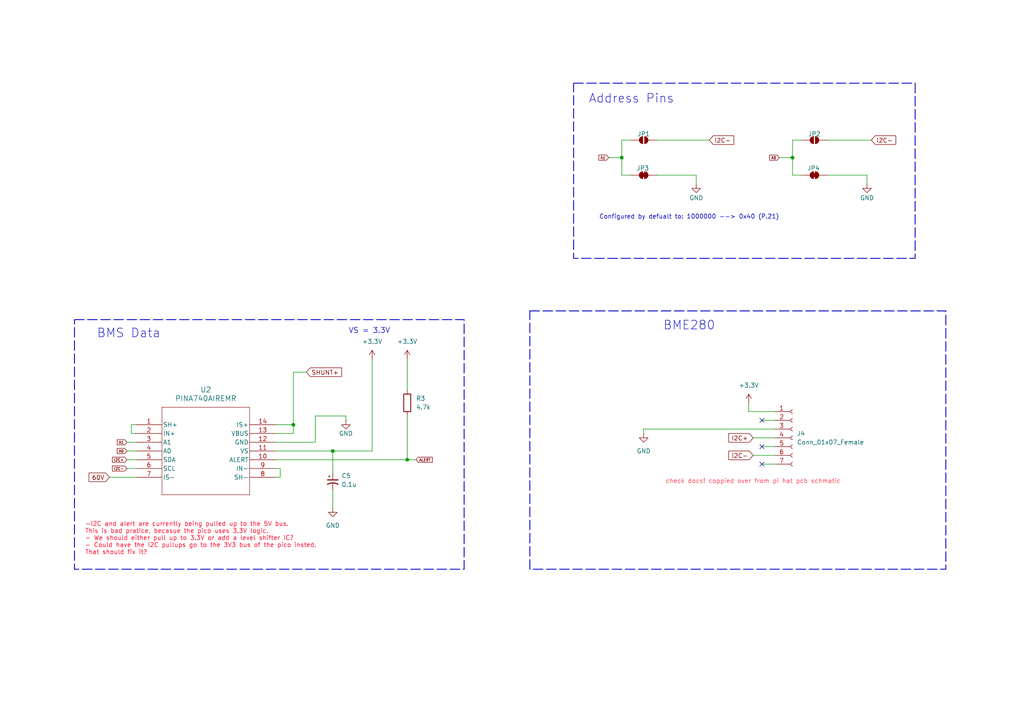
<source format=kicad_sch>
(kicad_sch (version 20231120) (generator "eeschema") (generator_version "8.0")
  (paper "A4")
  (title_block (title "I2C Sensors") (date "2024-10-29") (rev "1") (company "Cabrillo Robtics") (comment 1 "LaserShark Backplane PCB"))
  (lib_symbols
    (symbol "Connector:Conn_01x07_Female" (pin_names (offset 1.016) hide)
      (property "Reference" "J" (at 0 10.16 0))
      (property "Value" "Conn_01x07_Female" (at 0 -10.16 0))
      (symbol "Conn_01x07_Female_1_1"
        (arc (start 0 -7.112) (mid -0.5058 -7.62) (end 0 -8.128) (stroke (width 0.1524)))
        (arc (start 0 -4.572) (mid -0.5058 -5.08) (end 0 -5.588) (stroke (width 0.1524)))
        (arc (start 0 -2.032) (mid -0.5058 -2.54) (end 0 -3.048) (stroke (width 0.1524)))
        (polyline (pts (xy -1.27 -7.62) (xy -0.508 -7.62)) (stroke (width 0.1524)))
        (polyline (pts (xy -1.27 -5.08) (xy -0.508 -5.08)) (stroke (width 0.1524)))
        (polyline (pts (xy -1.27 -2.54) (xy -0.508 -2.54)) (stroke (width 0.1524)))
        (polyline (pts (xy -1.27 0) (xy -0.508 0)) (stroke (width 0.1524)))
        (polyline (pts (xy -1.27 2.54) (xy -0.508 2.54)) (stroke (width 0.1524)))
        (polyline (pts (xy -1.27 5.08) (xy -0.508 5.08)) (stroke (width 0.1524)))
        (polyline (pts (xy -1.27 7.62) (xy -0.508 7.62)) (stroke (width 0.1524)))
        (arc (start 0 0.508) (mid -0.5058 0) (end 0 -0.508) (stroke (width 0.1524)))
        (arc (start 0 3.048) (mid -0.5058 2.54) (end 0 2.032) (stroke (width 0.1524)))
        (arc (start 0 5.588) (mid -0.5058 5.08) (end 0 4.572) (stroke (width 0.1524)))
        (arc (start 0 8.128) (mid -0.5058 7.62) (end 0 7.112) (stroke (width 0.1524)))
        (pin passive line (at -5.08 7.62 0) (length 3.81) (name "Pin_1") (number "1"))
        (pin passive line (at -5.08 5.08 0) (length 3.81) (name "Pin_2") (number "2"))
        (pin passive line (at -5.08 2.54 0) (length 3.81) (name "Pin_3") (number "3"))
        (pin passive line (at -5.08 0 0) (length 3.81) (name "Pin_4") (number "4"))
        (pin passive line (at -5.08 -2.54 0) (length 3.81) (name "Pin_5") (number "5"))
        (pin passive line (at -5.08 -5.08 0) (length 3.81) (name "Pin_6") (number "6"))
        (pin passive line (at -5.08 -7.62 0) (length 3.81) (name "Pin_7") (number "7"))
      )
    )
    (symbol "Device:C_Polarized_Small_US" (pin_numbers hide) (pin_names (offset 0.254) hide)
      (property "Reference" "C" (at 0.254 1.778 0))
      (property "Value" "C_Polarized_Small_US" (at 0.254 -2.032 0))
      (symbol "C_Polarized_Small_US_0_1"
        (polyline (pts (xy -1.524 0.508) (xy 1.524 0.508)) (stroke (width 0.3048)))
        (polyline (pts (xy -1.27 1.524) (xy -0.762 1.524)))
        (polyline (pts (xy -1.016 1.27) (xy -1.016 1.778)))
        (arc (start 1.524 -0.762) (mid 0 -0.3734) (end -1.524 -0.762) (stroke (width 0.3048)))
      )
      (symbol "C_Polarized_Small_US_1_1"
        (pin passive line (at 0 2.54 270) (length 2.032) (name "~") (number "1"))
        (pin passive line (at 0 -2.54 90) (length 2.032) (name "~") (number "2"))
      )
    )
    (symbol "Device:R" (pin_numbers hide) (pin_names (offset 0))
      (property "Reference" "R" (at 2.032 0 90))
      (property "Value" "R" (at 0 0 90))
      (symbol "R_0_1"
        (rectangle (start -1.016 -2.54) (end 1.016 2.54) (stroke (width 0.254)))
      )
      (symbol "R_1_1"
        (pin passive line (at 0 3.81 270) (length 1.27) (name "~") (number "1"))
        (pin passive line (at 0 -3.81 90) (length 1.27) (name "~") (number "2"))
      )
    )
    (symbol "INA740BIREMR:PINA740AIREMR" (pin_names (offset 0.254))
      (property "Reference" "U" (at 20.32 10.16 0))
      (property "Value" "PINA740AIREMR" (at 20.32 7.62 0))
      (symbol "PINA740AIREMR_0_1"
        (polyline (pts (xy 7.62 -20.32) (xy 33.02 -20.32)) (stroke (width 0.127)))
        (polyline (pts (xy 7.62 5.08) (xy 7.62 -20.32)) (stroke (width 0.127)))
        (polyline (pts (xy 33.02 -20.32) (xy 33.02 5.08)) (stroke (width 0.127)))
        (polyline (pts (xy 33.02 5.08) (xy 7.62 5.08)) (stroke (width 0.127)))
        (pin output line (at 0 0 0) (length 7.62) (name "SH+") (number "1"))
        (pin output line (at 40.64 -10.16 180) (length 7.62) (name "ALERT") (number "10"))
        (pin power_in line (at 40.64 -7.62 180) (length 7.62) (name "VS") (number "11"))
        (pin power_out line (at 40.64 -5.08 180) (length 7.62) (name "GND") (number "12"))
        (pin input line (at 40.64 -2.54 180) (length 7.62) (name "VBUS") (number "13"))
        (pin input line (at 40.64 0 180) (length 7.62) (name "IS+") (number "14"))
        (pin input line (at 0 -2.54 0) (length 7.62) (name "IN+") (number "2"))
        (pin input line (at 0 -5.08 0) (length 7.62) (name "A1") (number "3"))
        (pin input line (at 0 -7.62 0) (length 7.62) (name "A0") (number "4"))
        (pin bidirectional line (at 0 -10.16 0) (length 7.62) (name "SDA") (number "5"))
        (pin input line (at 0 -12.7 0) (length 7.62) (name "SCL") (number "6"))
        (pin input line (at 0 -15.24 0) (length 7.62) (name "IS-") (number "7"))
        (pin output line (at 40.64 -15.24 180) (length 7.62) (name "SH-") (number "8"))
        (pin input line (at 40.64 -12.7 180) (length 7.62) (name "IN-") (number "9"))
      )
    )
    (symbol "Jumper:SolderJumper_2_Bridged" (pin_numbers hide) (pin_names (offset 0) hide) (exclude_from_sim yes) (in_bom no)
      (property "Reference" "JP" (at 0 2.032 0))
      (property "Value" "SolderJumper_2_Bridged" (at 0 -2.54 0))
      (symbol "SolderJumper_2_Bridged_0_1"
        (rectangle (start -0.508 0.508) (end 0.508 -0.508) (fill (type outline)))
        (arc (start -0.254 1.016) (mid -1.2656 0) (end -0.254 -1.016))
        (arc (start -0.254 1.016) (mid -1.2656 0) (end -0.254 -1.016) (fill (type outline)))
        (polyline (pts (xy -0.254 1.016) (xy -0.254 -1.016)))
        (polyline (pts (xy 0.254 1.016) (xy 0.254 -1.016)))
        (arc (start 0.254 -1.016) (mid 1.2656 0) (end 0.254 1.016))
        (arc (start 0.254 -1.016) (mid 1.2656 0) (end 0.254 1.016) (fill (type outline)))
      )
      (symbol "SolderJumper_2_Bridged_1_1"
        (pin passive line (at -3.81 0 0) (length 2.54) (name "A") (number "1"))
        (pin passive line (at 3.81 0 180) (length 2.54) (name "B") (number "2"))
      )
    )
    (symbol "Jumper:SolderJumper_2_Open" (pin_numbers hide) (pin_names (offset 0) hide) (exclude_from_sim yes) (in_bom no)
      (property "Reference" "JP" (at 0 2.032 0))
      (property "Value" "SolderJumper_2_Open" (at 0 -2.54 0))
      (symbol "SolderJumper_2_Open_0_1"
        (arc (start -0.254 1.016) (mid -1.2656 0) (end -0.254 -1.016))
        (arc (start -0.254 1.016) (mid -1.2656 0) (end -0.254 -1.016) (fill (type outline)))
        (polyline (pts (xy -0.254 1.016) (xy -0.254 -1.016)))
        (polyline (pts (xy 0.254 1.016) (xy 0.254 -1.016)))
        (arc (start 0.254 -1.016) (mid 1.2656 0) (end 0.254 1.016))
        (arc (start 0.254 -1.016) (mid 1.2656 0) (end 0.254 1.016) (fill (type outline)))
      )
      (symbol "SolderJumper_2_Open_1_1"
        (pin passive line (at -3.81 0 0) (length 2.54) (name "A") (number "1"))
        (pin passive line (at 3.81 0 180) (length 2.54) (name "B") (number "2"))
      )
    )
    (symbol "power:+3.3V" (power) (pin_numbers hide) (pin_names (offset 0) hide)
      (property "Value" "+3.3V" (at 0 3.556 0))
      (symbol "+3.3V_0_1"
        (polyline (pts (xy -0.762 1.27) (xy 0 2.54)))
        (polyline (pts (xy 0 0) (xy 0 2.54)))
        (polyline (pts (xy 0 2.54) (xy 0.762 1.27)))
      )
      (symbol "+3.3V_1_1"
        (pin power_in line (at 0 0 90) (length 0) (name "~") (number "1"))
      )
    )
    (symbol "power:GND" (power) (pin_numbers hide) (pin_names (offset 0) hide)
      (property "Value" "GND" (at 0 -3.81 0))
      (symbol "GND_0_1"
        (polyline (pts (xy 0 0) (xy 0 -1.27) (xy 1.27 -1.27) (xy 0 -2.54) (xy -1.27 -1.27) (xy 0 -1.27)))
      )
      (symbol "GND_1_1"
        (pin power_in line (at 0 0 270) (length 0) (name "~") (number "1"))
      )
    )
  )
  (junction (at 180.34 45.72))
  (junction (at 96.52 130.81))
  (junction (at 85.09 123.19))
  (junction (at 118.11 133.35))
  (junction (at 229.87 45.72))
  (no_connect (at 220.98 134.62))
  (no_connect (at 220.98 129.54))
  (no_connect (at 220.98 121.92))
  (wire (pts (xy 201.93 50.8) (xy 190.5 50.8)))
  (wire (pts (xy 186.69 124.46) (xy 186.69 125.73)))
  (wire (pts (xy 218.44 132.08) (xy 224.79 132.08)))
  (wire (pts (xy 226.06 45.72) (xy 229.87 45.72)))
  (wire (pts (xy 91.44 120.65) (xy 100.33 120.65)))
  (wire (pts (xy 251.46 50.8) (xy 240.03 50.8)))
  (wire (pts (xy 36.83 133.35) (xy 39.37 133.35)))
  (wire (pts (xy 81.28 135.89) (xy 81.28 138.43)))
  (wire (pts (xy 100.33 120.65) (xy 100.33 121.92)))
  (wire (pts (xy 85.09 125.73) (xy 85.09 123.19)))
  (wire (pts (xy 80.01 133.35) (xy 118.11 133.35)))
  (wire (pts (xy 31.75 138.43) (xy 39.37 138.43)))
  (wire (pts (xy 80.01 130.81) (xy 96.52 130.81)))
  (wire (pts (xy 229.87 50.8) (xy 232.41 50.8)))
  (wire (pts (xy 190.5 40.64) (xy 205.74 40.64)))
  (wire (pts (xy 85.09 123.19) (xy 80.01 123.19)))
  (wire (pts (xy 201.93 53.34) (xy 201.93 50.8)))
  (wire (pts (xy 217.17 119.38) (xy 224.79 119.38)))
  (wire (pts (xy 232.41 40.64) (xy 229.87 40.64)))
  (wire (pts (xy 220.98 121.92) (xy 224.79 121.92)))
  (wire (pts (xy 96.52 130.81) (xy 96.52 137.16)))
  (wire (pts (xy 96.52 142.24) (xy 96.52 147.32)))
  (wire (pts (xy 182.88 40.64) (xy 180.34 40.64)))
  (wire (pts (xy 39.37 123.19) (xy 38.1 123.19)))
  (wire (pts (xy 80.01 135.89) (xy 81.28 135.89)))
  (wire (pts (xy 88.9 107.95) (xy 85.09 107.95)))
  (wire (pts (xy 107.95 104.14) (xy 107.95 130.81)))
  (wire (pts (xy 80.01 125.73) (xy 85.09 125.73)))
  (wire (pts (xy 180.34 50.8) (xy 182.88 50.8)))
  (wire (pts (xy 118.11 120.65) (xy 118.11 133.35)))
  (wire (pts (xy 218.44 127) (xy 224.79 127)))
  (wire (pts (xy 118.11 104.14) (xy 118.11 113.03)))
  (wire (pts (xy 81.28 138.43) (xy 80.01 138.43)))
  (wire (pts (xy 176.53 45.72) (xy 180.34 45.72)))
  (wire (pts (xy 251.46 53.34) (xy 251.46 50.8)))
  (wire (pts (xy 85.09 107.95) (xy 85.09 123.19)))
  (wire (pts (xy 36.83 135.89) (xy 39.37 135.89)))
  (wire (pts (xy 118.11 133.35) (xy 120.65 133.35)))
  (wire (pts (xy 252.73 40.64) (xy 240.03 40.64)))
  (wire (pts (xy 229.87 45.72) (xy 229.87 50.8)))
  (wire (pts (xy 224.79 124.46) (xy 186.69 124.46)))
  (wire (pts (xy 180.34 45.72) (xy 180.34 50.8)))
  (wire (pts (xy 220.98 129.54) (xy 224.79 129.54)))
  (wire (pts (xy 217.17 116.84) (xy 217.17 119.38)))
  (wire (pts (xy 91.44 128.27) (xy 80.01 128.27)))
  (wire (pts (xy 39.37 125.73) (xy 38.1 125.73)))
  (wire (pts (xy 36.83 130.81) (xy 39.37 130.81)))
  (wire (pts (xy 36.83 128.27) (xy 39.37 128.27)))
  (wire (pts (xy 38.1 125.73) (xy 38.1 123.19)))
  (wire (pts (xy 96.52 130.81) (xy 107.95 130.81)))
  (wire (pts (xy 91.44 120.65) (xy 91.44 128.27)))
  (wire (pts (xy 180.34 40.64) (xy 180.34 45.72)))
  (wire (pts (xy 220.98 134.62) (xy 224.79 134.62)))
  (wire (pts (xy 229.87 40.64) (xy 229.87 45.72)))
  (rectangle (start 153.67 90.17) (end 274.32 165.1) (stroke (width 0.254) (type dash)))
  (rectangle (start 21.59 92.71) (end 134.62 165.1) (stroke (width 0.254) (type dash)))
  (rectangle (start 166.37 24.13) (end 265.43 74.93) (stroke (width 0.254) (type dash)))
  (text "BMS Data" (at 37.338 96.774 0) (effects (font (size 2.54 2.54))))
  (text "BME280" (at 199.898 94.488 0) (effects (font (size 2.54 2.54))))
  (text "check docs! coppied over from pi hat pcb schmatic" (at 218.44 139.7 0) (effects (font (size 1.27 1.27))))
  (text "Address Pins" (at 183.134 28.702 0) (effects (font (size 2.54 2.54))))
  (text "VS = 3.3V " (at 101.092 96.012 0) (effects (font (size 1.524 1.524)) (justify left)))
  (text "-I2C and alert are currently being pulled up to the 5V bus.\nThis is bad pratice, becasue the pico uses 3.3V logic.\n- We should either pull up to 3.3V or add a level shifter IC?\n- Could have the I2C pullups go to the 3V3 bus of the pico insted.\nThat should fix it?" (at 24.638 156.21 0) (effects (font (size 1.27 1.27)) (justify left)))
  (text "Configured by defualt to: 1000000 --> 0x40 (P.21)" (at 199.898 62.992 0) (effects (font (size 1.27 1.27))))
  (global_label "I2C-" (shape input) (at 252.73 40.64 0) (property "Intersheetrefs" "${INTERSHEET_REFS}" (effects (hide yes))))
  (global_label "60V" (shape input) (at 31.75 138.43 180) (property "Intersheetrefs" "${INTERSHEET_REFS}" (effects (hide yes))))
  (global_label "I2C-" (shape input) (at 36.83 135.89 180) (effects (font (size 0.762 0.762))) (property "Intersheetrefs" "${INTERSHEET_REFS}" (effects (hide yes))))
  (global_label "I2C-" (shape input) (at 218.44 132.08 180) (property "Intersheetrefs" "${INTERSHEET_REFS}" (effects (hide yes))))
  (global_label "A1" (shape input) (at 176.53 45.72 180) (effects (font (size 0.762 0.762))) (property "Intersheetrefs" "${INTERSHEET_REFS}" (effects (hide yes))))
  (global_label "I2C+" (shape input) (at 218.44 127 180) (property "Intersheetrefs" "${INTERSHEET_REFS}" (effects (hide yes))))
  (global_label "A1" (shape input) (at 36.83 128.27 180) (effects (font (size 0.762 0.762))) (property "Intersheetrefs" "${INTERSHEET_REFS}" (effects (hide yes))))
  (global_label "A0" (shape input) (at 36.83 130.81 180) (effects (font (size 0.762 0.762))) (property "Intersheetrefs" "${INTERSHEET_REFS}" (effects (hide yes))))
  (global_label "I2C+" (shape input) (at 36.83 133.35 180) (effects (font (size 0.762 0.762))) (property "Intersheetrefs" "${INTERSHEET_REFS}" (effects (hide yes))))
  (global_label "ALERT" (shape input) (at 120.65 133.35 0) (effects (font (size 0.762 0.762))) (property "Intersheetrefs" "${INTERSHEET_REFS}" (effects (hide yes))))
  (global_label "A0" (shape input) (at 226.06 45.72 180) (effects (font (size 0.762 0.762))) (property "Intersheetrefs" "${INTERSHEET_REFS}" (effects (hide yes))))
  (global_label "SHUNT+" (shape input) (at 88.9 107.95 0) (property "Intersheetrefs" "${INTERSHEET_REFS}" (effects (hide yes))))
  (global_label "I2C-" (shape input) (at 205.74 40.64 0) (property "Intersheetrefs" "${INTERSHEET_REFS}" (effects (hide yes))))
  (symbol (lib_id "Jumper:SolderJumper_2_Open") (at 186.69 40.64 0) (unit 1) (exclude_from_sim yes) (in_bom no)
    (property "Reference" "JP1" (at 186.69 38.862 0))
    (property "Value" "SolderJumper_2_Open" (effects (hide yes)))
    (property "Footprint" "Jumper:SolderJumper-2_P1.3mm_Open_RoundedPad1.0x1.5mm" (effects (hide yes)))
    (property "Description" "Solder Jumper, 2-pole, open" (effects (hide yes)))
  )
  (symbol (lib_id "power:GND") (at 96.52 147.32 0) (unit 1)
    (property "Reference" "#PWR015" (effects (hide yes)))
    (property "Value" "GND" (at 96.52 152.4 0))
    (property "Description" "Power symbol creates a global label with name \"GND\" , ground" (effects (hide yes)))
  )
  (symbol (lib_id "Jumper:SolderJumper_2_Open") (at 236.22 40.64 0) (unit 1) (exclude_from_sim yes) (in_bom no)
    (property "Reference" "JP2" (at 236.22 38.862 0))
    (property "Value" "SolderJumper_2_Open" (effects (hide yes)))
    (property "Footprint" "Jumper:SolderJumper-2_P1.3mm_Open_RoundedPad1.0x1.5mm" (effects (hide yes)))
    (property "Description" "Solder Jumper, 2-pole, open" (effects (hide yes)))
  )
  (symbol (lib_id "Device:R") (at 118.11 116.84 0) (unit 1)
    (property "Reference" "R3" (at 120.65 115.5699 0) (effects (justify left)))
    (property "Value" "4.7k" (at 120.65 118.1099 0) (effects (justify left)))
    (property "Footprint" "Resistor_SMD:R_0805_2012Metric_Pad1.20x1.40mm_HandSolder" (effects (hide yes)))
    (property "Description" "Resistor" (effects (hide yes)))
  )
  (symbol (lib_id "Device:C_Polarized_Small_US") (at 96.52 139.7 0) (unit 1)
    (property "Reference" "C5" (at 99.06 137.9981 0) (effects (justify left)))
    (property "Value" "0.1u" (at 99.06 140.5381 0) (effects (justify left)))
    (property "Footprint" "Capacitor_SMD:C_0603_1608Metric_Pad1.08x0.95mm_HandSolder" (effects (hide yes)))
    (property "Description" "Polarized capacitor, small US symbol" (effects (hide yes)))
  )
  (symbol (lib_id "power:GND") (at 201.93 53.34 0) (mirror y) (unit 1)
    (property "Reference" "#PWR08" (effects (hide yes)))
    (property "Value" "GND" (at 199.898 57.404 0) (effects (justify right)))
    (property "Description" "Power symbol creates a global label with name \"GND\" , ground" (effects (hide yes)))
  )
  (symbol (lib_id "power:GND") (at 251.46 53.34 0) (mirror y) (unit 1)
    (property "Reference" "#PWR09" (effects (hide yes)))
    (property "Value" "GND" (at 249.428 57.404 0) (effects (justify right)))
    (property "Description" "Power symbol creates a global label with name \"GND\" , ground" (effects (hide yes)))
  )
  (symbol (lib_id "Jumper:SolderJumper_2_Bridged") (at 186.69 50.8 0) (unit 1) (exclude_from_sim yes) (in_bom no)
    (property "Reference" "JP3" (at 186.436 48.768 0))
    (property "Value" "SolderJumper_2_Bridged" (effects (hide yes)))
    (property "Footprint" "Jumper:SolderJumper-2_P1.3mm_Bridged_RoundedPad1.0x1.5mm" (effects (hide yes)))
    (property "Description" "Solder Jumper, 2-pole, closed/bridged" (effects (hide yes)))
  )
  (symbol (lib_id "Connector:Conn_01x07_Female") (at 229.87 127 0) (unit 1)
    (property "Reference" "J4" (at 231.14 125.7299 0) (effects (justify left)))
    (property "Value" "Conn_01x07_Female" (at 231.14 128.2699 0) (effects (justify left)))
    (property "Footprint" "Connector_PinSocket_2.54mm:PinSocket_1x07_P2.54mm_Vertical" (effects (hide yes)))
  )
  (symbol (lib_id "power:+3.3V") (at 118.11 104.14 0) (unit 1)
    (property "Reference" "#PWR011" (effects (hide yes)))
    (property "Value" "+3.3V" (at 118.11 99.06 0))
    (property "Description" "Power symbol creates a global label with name \"+3.3V\"" (effects (hide yes)))
  )
  (symbol (lib_id "power:GND") (at 186.69 125.73 0) (unit 1)
    (property "Reference" "#PWR014" (effects (hide yes)))
    (property "Value" "GND" (at 186.69 130.81 0))
    (property "Description" "Power symbol creates a global label with name \"GND\" , ground" (effects (hide yes)))
  )
  (symbol (lib_id "power:+3.3V") (at 217.17 116.84 0) (unit 1)
    (property "Reference" "#PWR012" (effects (hide yes)))
    (property "Value" "+3.3V" (at 217.17 111.76 0))
    (property "Description" "Power symbol creates a global label with name \"+3.3V\"" (effects (hide yes)))
  )
  (symbol (lib_id "power:GND") (at 100.33 121.92 0) (unit 1)
    (property "Reference" "#PWR013" (effects (hide yes)))
    (property "Value" "GND" (at 102.362 125.73 0) (effects (justify right)))
    (property "Description" "Power symbol creates a global label with name \"GND\" , ground" (effects (hide yes)))
  )
  (symbol (lib_id "power:+3.3V") (at 107.95 104.14 0) (unit 1)
    (property "Reference" "#PWR010" (effects (hide yes)))
    (property "Value" "+3.3V" (at 107.95 99.06 0))
    (property "Description" "Power symbol creates a global label with name \"+3.3V\"" (effects (hide yes)))
  )
  (symbol (lib_id "INA740BIREMR:PINA740AIREMR") (at 39.37 123.19 0) (unit 1)
    (property "Reference" "U2" (at 59.69 113.03 0) (effects (font (size 1.524 1.524))))
    (property "Value" "PINA740AIREMR" (at 59.69 115.57 0) (effects (font (size 1.524 1.524))))
    (property "Footprint" "PINA740AIREMR:INA740BIREMR" (effects (hide yes)))
    (property "Datasheet" "https://www.ti.com/lit/ds/symlink/ina740b.pdf?ts=1728628208429&ref_url=https%253A%252F%252Fwww.ti.com%252Fproduct%252FINA740B" (effects (hide yes)))
  )
  (symbol (lib_id "Jumper:SolderJumper_2_Bridged") (at 236.22 50.8 0) (unit 1) (exclude_from_sim yes) (in_bom no)
    (property "Reference" "JP4" (at 235.966 48.768 0))
    (property "Value" "SolderJumper_2_Bridged" (effects (hide yes)))
    (property "Footprint" "Jumper:SolderJumper-2_P1.3mm_Bridged_RoundedPad1.0x1.5mm" (effects (hide yes)))
    (property "Description" "Solder Jumper, 2-pole, closed/bridged" (effects (hide yes)))
  )
)
</source>
